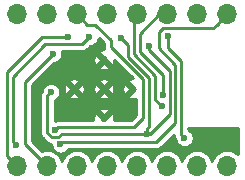
<source format=gbr>
G04 #@! TF.GenerationSoftware,KiCad,Pcbnew,(5.1.4-0-10_14)*
G04 #@! TF.CreationDate,2020-04-02T23:01:16+03:00*
G04 #@! TF.ProjectId,esp32-pico-d4-module,65737033-322d-4706-9963-6f2d64342d6d,rev?*
G04 #@! TF.SameCoordinates,Original*
G04 #@! TF.FileFunction,Copper,L2,Bot*
G04 #@! TF.FilePolarity,Positive*
%FSLAX46Y46*%
G04 Gerber Fmt 4.6, Leading zero omitted, Abs format (unit mm)*
G04 Created by KiCad (PCBNEW (5.1.4-0-10_14)) date 2020-04-02 23:01:16*
%MOMM*%
%LPD*%
G04 APERTURE LIST*
%ADD10C,0.500000*%
%ADD11O,1.700000X1.700000*%
%ADD12C,0.600000*%
%ADD13C,0.250000*%
%ADD14C,0.254000*%
G04 APERTURE END LIST*
D10*
X117125000Y-108100000D03*
X114650000Y-108100000D03*
X119600000Y-108100000D03*
X117125000Y-110575000D03*
X117125000Y-105625000D03*
D11*
X117410000Y-101795000D03*
X125030000Y-101795000D03*
X122490000Y-101795000D03*
X127570000Y-101795000D03*
X114870000Y-101795000D03*
X119950000Y-101795000D03*
X112330000Y-101795000D03*
X109790000Y-101800000D03*
X109790000Y-114600000D03*
X112330000Y-114595000D03*
X119950000Y-114595000D03*
X114870000Y-114595000D03*
X127570000Y-114595000D03*
X122490000Y-114595000D03*
X125030000Y-114595000D03*
X117410000Y-114595000D03*
D12*
X112350000Y-112825000D03*
X112300000Y-107125000D03*
X127350000Y-112550000D03*
X118587500Y-103787500D03*
X112675000Y-108350000D03*
X121000000Y-104450000D03*
X120800000Y-111900000D03*
X122550000Y-103625000D03*
X123975000Y-112250000D03*
X115924990Y-103700010D03*
X109750000Y-112825000D03*
X113475000Y-112800000D03*
X113012500Y-111562500D03*
X122050000Y-109550000D03*
X122125000Y-108625000D03*
X112825000Y-105150000D03*
X114100000Y-103675000D03*
D13*
X118587500Y-103787500D02*
X118600000Y-103800000D01*
X121075000Y-111900000D02*
X120800000Y-111900000D01*
X122750001Y-110224999D02*
X121075000Y-111900000D01*
X122750001Y-106550001D02*
X122750001Y-110224999D01*
X121000000Y-104800000D02*
X122750001Y-106550001D01*
X121000000Y-104450000D02*
X121000000Y-104800000D01*
X112375000Y-108650000D02*
X112675000Y-108350000D01*
X112724997Y-112199999D02*
X112375000Y-111850002D01*
X120800000Y-111900000D02*
X113600002Y-111900000D01*
X113300003Y-112199999D02*
X112724997Y-112199999D01*
X113600002Y-111900000D02*
X113300003Y-112199999D01*
X112375000Y-111850002D02*
X112375000Y-108650000D01*
X120800000Y-111475736D02*
X120800000Y-111900000D01*
X121000000Y-111275736D02*
X120800000Y-111475736D01*
X121000000Y-107136410D02*
X121000000Y-111275736D01*
X119224990Y-105361400D02*
X121000000Y-107136410D01*
X119224990Y-104424990D02*
X119224990Y-105361400D01*
X118587500Y-103787500D02*
X119224990Y-104424990D01*
X122550000Y-103625000D02*
X122550000Y-104650000D01*
X122550000Y-104650000D02*
X123650021Y-105750021D01*
X123650021Y-105750021D02*
X123650021Y-111925021D01*
X123650021Y-111925021D02*
X123975000Y-112250000D01*
X112199999Y-104300001D02*
X115324999Y-104300001D01*
X109425010Y-107074990D02*
X112199999Y-104300001D01*
X115324999Y-104300001D02*
X115924990Y-103700010D01*
X109425010Y-112500010D02*
X109425010Y-107074990D01*
X109750000Y-112825000D02*
X109425010Y-112500010D01*
X121800000Y-103300000D02*
X122124999Y-102975001D01*
X126730001Y-102649999D02*
X127580000Y-101800000D01*
X126404999Y-102975001D02*
X126730001Y-102649999D01*
X123200011Y-106075011D02*
X121800000Y-104675000D01*
X123200011Y-110999989D02*
X123200011Y-106075011D01*
X121600000Y-112600000D02*
X123200011Y-110999989D01*
X122124999Y-102975001D02*
X126404999Y-102975001D01*
X121800000Y-104675000D02*
X121800000Y-103300000D01*
X113675000Y-112600000D02*
X121600000Y-112600000D01*
X113475000Y-112800000D02*
X113675000Y-112600000D01*
X119700000Y-111350000D02*
X113225000Y-111350000D01*
X113225000Y-111350000D02*
X113012500Y-111562500D01*
X120500000Y-107272820D02*
X120500000Y-110550000D01*
X114880000Y-101800000D02*
X115729999Y-102649999D01*
X115729999Y-102649999D02*
X116399999Y-102649999D01*
X117750000Y-104522820D02*
X120500000Y-107272820D01*
X120500000Y-110550000D02*
X119700000Y-111350000D01*
X117750000Y-104000000D02*
X117750000Y-104522820D01*
X116399999Y-102649999D02*
X117750000Y-104000000D01*
X119650000Y-102110000D02*
X119960000Y-101800000D01*
X122050000Y-109550000D02*
X122050000Y-109475002D01*
X119675000Y-105175000D02*
X119675000Y-102085000D01*
X121499999Y-106999999D02*
X119675000Y-105175000D01*
X119675000Y-102085000D02*
X119960000Y-101800000D01*
X121499999Y-108999999D02*
X121499999Y-106999999D01*
X122050000Y-109550000D02*
X121499999Y-108999999D01*
X121800000Y-101800000D02*
X122500000Y-101800000D01*
X120175000Y-104950000D02*
X120175000Y-103425000D01*
X120175000Y-103425000D02*
X121800000Y-101800000D01*
X122125000Y-106900000D02*
X120175000Y-104950000D01*
X122125000Y-108625000D02*
X122125000Y-106900000D01*
X112300000Y-114600000D02*
X112340000Y-114600000D01*
X110450000Y-107525000D02*
X110450000Y-112750000D01*
X110450000Y-112750000D02*
X112300000Y-114600000D01*
X112825000Y-105150000D02*
X110450000Y-107525000D01*
X108975000Y-113775000D02*
X109800000Y-114600000D01*
X108975000Y-106650000D02*
X108975000Y-113775000D01*
X111950000Y-103675000D02*
X108975000Y-106650000D01*
X114100000Y-103675000D02*
X111950000Y-103675000D01*
D14*
G36*
X117148000Y-104249356D02*
G01*
X117148000Y-104493264D01*
X117145089Y-104522820D01*
X117148000Y-104552376D01*
X117148000Y-104552386D01*
X117156711Y-104640832D01*
X117186769Y-104739919D01*
X117036672Y-104740116D01*
X116865736Y-104774351D01*
X116706826Y-104840173D01*
X116702784Y-105028836D01*
X117125000Y-105451052D01*
X117141971Y-105434081D01*
X117315919Y-105608029D01*
X117298948Y-105625000D01*
X117721164Y-106047216D01*
X117909827Y-106043174D01*
X117976328Y-105882026D01*
X118010113Y-105711002D01*
X118010012Y-105634188D01*
X119590835Y-107215012D01*
X119511672Y-107215116D01*
X119340736Y-107249351D01*
X119181826Y-107315173D01*
X119177784Y-107503836D01*
X119600000Y-107926052D01*
X119616971Y-107909081D01*
X119790919Y-108083029D01*
X119773948Y-108100000D01*
X119790919Y-108116971D01*
X119616971Y-108290919D01*
X119600000Y-108273948D01*
X119177784Y-108696164D01*
X119181826Y-108884827D01*
X119342974Y-108951328D01*
X119513998Y-108985113D01*
X119688328Y-108984884D01*
X119859264Y-108950649D01*
X119898001Y-108934604D01*
X119898001Y-110300643D01*
X119450645Y-110748000D01*
X117992927Y-110748000D01*
X118010113Y-110661002D01*
X118009884Y-110486672D01*
X117975649Y-110315736D01*
X117909827Y-110156826D01*
X117721164Y-110152784D01*
X117298948Y-110575000D01*
X117315919Y-110591971D01*
X117159890Y-110748000D01*
X117090110Y-110748000D01*
X116934081Y-110591971D01*
X116951052Y-110575000D01*
X116528836Y-110152784D01*
X116340173Y-110156826D01*
X116273672Y-110317974D01*
X116239887Y-110488998D01*
X116240116Y-110663328D01*
X116257074Y-110748000D01*
X113254556Y-110748000D01*
X113224999Y-110745089D01*
X113195443Y-110748000D01*
X113195434Y-110748000D01*
X113106988Y-110756711D01*
X113012083Y-110785500D01*
X112977000Y-110785500D01*
X112977000Y-109978836D01*
X116702784Y-109978836D01*
X117125000Y-110401052D01*
X117547216Y-109978836D01*
X117543174Y-109790173D01*
X117382026Y-109723672D01*
X117211002Y-109689887D01*
X117036672Y-109690116D01*
X116865736Y-109724351D01*
X116706826Y-109790173D01*
X116702784Y-109978836D01*
X112977000Y-109978836D01*
X112977000Y-109065927D01*
X113043048Y-109038569D01*
X113170309Y-108953536D01*
X113278536Y-108845309D01*
X113363569Y-108718048D01*
X113372633Y-108696164D01*
X114227784Y-108696164D01*
X114231826Y-108884827D01*
X114392974Y-108951328D01*
X114563998Y-108985113D01*
X114738328Y-108984884D01*
X114909264Y-108950649D01*
X115068174Y-108884827D01*
X115072216Y-108696164D01*
X116702784Y-108696164D01*
X116706826Y-108884827D01*
X116867974Y-108951328D01*
X117038998Y-108985113D01*
X117213328Y-108984884D01*
X117384264Y-108950649D01*
X117543174Y-108884827D01*
X117547216Y-108696164D01*
X117125000Y-108273948D01*
X116702784Y-108696164D01*
X115072216Y-108696164D01*
X114650000Y-108273948D01*
X114227784Y-108696164D01*
X113372633Y-108696164D01*
X113422141Y-108576643D01*
X113452000Y-108426528D01*
X113452000Y-108273472D01*
X113422141Y-108123357D01*
X113376843Y-108013998D01*
X113764887Y-108013998D01*
X113765116Y-108188328D01*
X113799351Y-108359264D01*
X113865173Y-108518174D01*
X114053836Y-108522216D01*
X114476052Y-108100000D01*
X114823948Y-108100000D01*
X115246164Y-108522216D01*
X115434827Y-108518174D01*
X115501328Y-108357026D01*
X115535113Y-108186002D01*
X115534888Y-108013998D01*
X116239887Y-108013998D01*
X116240116Y-108188328D01*
X116274351Y-108359264D01*
X116340173Y-108518174D01*
X116528836Y-108522216D01*
X116951052Y-108100000D01*
X117298948Y-108100000D01*
X117721164Y-108522216D01*
X117909827Y-108518174D01*
X117976328Y-108357026D01*
X118010113Y-108186002D01*
X118009888Y-108013998D01*
X118714887Y-108013998D01*
X118715116Y-108188328D01*
X118749351Y-108359264D01*
X118815173Y-108518174D01*
X119003836Y-108522216D01*
X119426052Y-108100000D01*
X119003836Y-107677784D01*
X118815173Y-107681826D01*
X118748672Y-107842974D01*
X118714887Y-108013998D01*
X118009888Y-108013998D01*
X118009884Y-108011672D01*
X117975649Y-107840736D01*
X117909827Y-107681826D01*
X117721164Y-107677784D01*
X117298948Y-108100000D01*
X116951052Y-108100000D01*
X116528836Y-107677784D01*
X116340173Y-107681826D01*
X116273672Y-107842974D01*
X116239887Y-108013998D01*
X115534888Y-108013998D01*
X115534884Y-108011672D01*
X115500649Y-107840736D01*
X115434827Y-107681826D01*
X115246164Y-107677784D01*
X114823948Y-108100000D01*
X114476052Y-108100000D01*
X114053836Y-107677784D01*
X113865173Y-107681826D01*
X113798672Y-107842974D01*
X113764887Y-108013998D01*
X113376843Y-108013998D01*
X113363569Y-107981952D01*
X113278536Y-107854691D01*
X113170309Y-107746464D01*
X113043048Y-107661431D01*
X112901643Y-107602859D01*
X112751528Y-107573000D01*
X112598472Y-107573000D01*
X112448357Y-107602859D01*
X112306952Y-107661431D01*
X112179691Y-107746464D01*
X112071464Y-107854691D01*
X111986431Y-107981952D01*
X111927859Y-108123357D01*
X111898000Y-108273472D01*
X111898000Y-108282291D01*
X111872035Y-108313929D01*
X111816134Y-108418511D01*
X111781712Y-108531988D01*
X111770089Y-108650000D01*
X111773001Y-108679566D01*
X111773000Y-111820446D01*
X111770089Y-111850002D01*
X111773000Y-111879558D01*
X111773000Y-111879567D01*
X111781711Y-111968013D01*
X111816134Y-112081491D01*
X111872034Y-112186072D01*
X111947263Y-112277739D01*
X111970234Y-112296591D01*
X112278408Y-112604765D01*
X112297260Y-112627736D01*
X112355655Y-112675660D01*
X112388925Y-112702965D01*
X112493507Y-112758865D01*
X112606984Y-112793288D01*
X112618179Y-112794390D01*
X112695431Y-112801999D01*
X112695438Y-112801999D01*
X112698000Y-112802251D01*
X112698000Y-112876528D01*
X112727859Y-113026643D01*
X112786431Y-113168048D01*
X112871464Y-113295309D01*
X112979691Y-113403536D01*
X113106952Y-113488569D01*
X113248357Y-113547141D01*
X113398472Y-113577000D01*
X113551528Y-113577000D01*
X113701643Y-113547141D01*
X113843048Y-113488569D01*
X113970309Y-113403536D01*
X114078536Y-113295309D01*
X114140883Y-113202000D01*
X121570444Y-113202000D01*
X121600000Y-113204911D01*
X121629556Y-113202000D01*
X121629566Y-113202000D01*
X121718012Y-113193289D01*
X121831490Y-113158866D01*
X121936071Y-113102966D01*
X122027737Y-113027737D01*
X122046589Y-113004766D01*
X123052393Y-111998964D01*
X123056733Y-112043033D01*
X123091155Y-112156510D01*
X123147056Y-112261092D01*
X123198000Y-112323167D01*
X123198000Y-112326528D01*
X123227859Y-112476643D01*
X123286431Y-112618048D01*
X123371464Y-112745309D01*
X123479691Y-112853536D01*
X123606952Y-112938569D01*
X123748357Y-112997141D01*
X123898472Y-113027000D01*
X124051528Y-113027000D01*
X124201643Y-112997141D01*
X124343048Y-112938569D01*
X124470309Y-112853536D01*
X124578536Y-112745309D01*
X124663569Y-112618048D01*
X124722141Y-112476643D01*
X124752000Y-112326528D01*
X124752000Y-112173472D01*
X124722141Y-112023357D01*
X124663569Y-111881952D01*
X124578536Y-111754691D01*
X124470309Y-111646464D01*
X124343048Y-111561431D01*
X124252021Y-111523726D01*
X124252021Y-111427000D01*
X128498000Y-111427000D01*
X128498000Y-113639927D01*
X128310808Y-113486302D01*
X128080278Y-113363081D01*
X127830137Y-113287201D01*
X127635184Y-113268000D01*
X127504816Y-113268000D01*
X127309863Y-113287201D01*
X127059722Y-113363081D01*
X126829192Y-113486302D01*
X126627130Y-113652130D01*
X126461302Y-113854192D01*
X126338081Y-114084722D01*
X126300000Y-114210257D01*
X126261919Y-114084722D01*
X126138698Y-113854192D01*
X125972870Y-113652130D01*
X125770808Y-113486302D01*
X125540278Y-113363081D01*
X125290137Y-113287201D01*
X125095184Y-113268000D01*
X124964816Y-113268000D01*
X124769863Y-113287201D01*
X124519722Y-113363081D01*
X124289192Y-113486302D01*
X124087130Y-113652130D01*
X123921302Y-113854192D01*
X123798081Y-114084722D01*
X123760000Y-114210257D01*
X123721919Y-114084722D01*
X123598698Y-113854192D01*
X123432870Y-113652130D01*
X123230808Y-113486302D01*
X123000278Y-113363081D01*
X122750137Y-113287201D01*
X122555184Y-113268000D01*
X122424816Y-113268000D01*
X122229863Y-113287201D01*
X121979722Y-113363081D01*
X121749192Y-113486302D01*
X121547130Y-113652130D01*
X121381302Y-113854192D01*
X121258081Y-114084722D01*
X121220000Y-114210257D01*
X121181919Y-114084722D01*
X121058698Y-113854192D01*
X120892870Y-113652130D01*
X120690808Y-113486302D01*
X120460278Y-113363081D01*
X120210137Y-113287201D01*
X120015184Y-113268000D01*
X119884816Y-113268000D01*
X119689863Y-113287201D01*
X119439722Y-113363081D01*
X119209192Y-113486302D01*
X119007130Y-113652130D01*
X118841302Y-113854192D01*
X118718081Y-114084722D01*
X118680000Y-114210257D01*
X118641919Y-114084722D01*
X118518698Y-113854192D01*
X118352870Y-113652130D01*
X118150808Y-113486302D01*
X117920278Y-113363081D01*
X117670137Y-113287201D01*
X117475184Y-113268000D01*
X117344816Y-113268000D01*
X117149863Y-113287201D01*
X116899722Y-113363081D01*
X116669192Y-113486302D01*
X116467130Y-113652130D01*
X116301302Y-113854192D01*
X116178081Y-114084722D01*
X116140000Y-114210257D01*
X116101919Y-114084722D01*
X115978698Y-113854192D01*
X115812870Y-113652130D01*
X115610808Y-113486302D01*
X115380278Y-113363081D01*
X115130137Y-113287201D01*
X114935184Y-113268000D01*
X114804816Y-113268000D01*
X114609863Y-113287201D01*
X114359722Y-113363081D01*
X114129192Y-113486302D01*
X113927130Y-113652130D01*
X113761302Y-113854192D01*
X113638081Y-114084722D01*
X113600000Y-114210257D01*
X113561919Y-114084722D01*
X113438698Y-113854192D01*
X113272870Y-113652130D01*
X113070808Y-113486302D01*
X112840278Y-113363081D01*
X112590137Y-113287201D01*
X112395184Y-113268000D01*
X112264816Y-113268000D01*
X112069863Y-113287201D01*
X111892393Y-113341036D01*
X111052000Y-112500645D01*
X111052000Y-107774355D01*
X111322519Y-107503836D01*
X114227784Y-107503836D01*
X114650000Y-107926052D01*
X115072216Y-107503836D01*
X116702784Y-107503836D01*
X117125000Y-107926052D01*
X117547216Y-107503836D01*
X117543174Y-107315173D01*
X117382026Y-107248672D01*
X117211002Y-107214887D01*
X117036672Y-107215116D01*
X116865736Y-107249351D01*
X116706826Y-107315173D01*
X116702784Y-107503836D01*
X115072216Y-107503836D01*
X115068174Y-107315173D01*
X114907026Y-107248672D01*
X114736002Y-107214887D01*
X114561672Y-107215116D01*
X114390736Y-107249351D01*
X114231826Y-107315173D01*
X114227784Y-107503836D01*
X111322519Y-107503836D01*
X112605192Y-106221164D01*
X116702784Y-106221164D01*
X116706826Y-106409827D01*
X116867974Y-106476328D01*
X117038998Y-106510113D01*
X117213328Y-106509884D01*
X117384264Y-106475649D01*
X117543174Y-106409827D01*
X117547216Y-106221164D01*
X117125000Y-105798948D01*
X116702784Y-106221164D01*
X112605192Y-106221164D01*
X112899357Y-105927000D01*
X112901528Y-105927000D01*
X113051643Y-105897141D01*
X113193048Y-105838569D01*
X113320309Y-105753536D01*
X113428536Y-105645309D01*
X113499570Y-105538998D01*
X116239887Y-105538998D01*
X116240116Y-105713328D01*
X116274351Y-105884264D01*
X116340173Y-106043174D01*
X116528836Y-106047216D01*
X116951052Y-105625000D01*
X116528836Y-105202784D01*
X116340173Y-105206826D01*
X116273672Y-105367974D01*
X116239887Y-105538998D01*
X113499570Y-105538998D01*
X113513569Y-105518048D01*
X113572141Y-105376643D01*
X113602000Y-105226528D01*
X113602000Y-105073472D01*
X113572141Y-104923357D01*
X113563295Y-104902001D01*
X115295443Y-104902001D01*
X115324999Y-104904912D01*
X115354555Y-104902001D01*
X115354565Y-104902001D01*
X115443011Y-104893290D01*
X115556489Y-104858867D01*
X115661070Y-104802967D01*
X115752736Y-104727738D01*
X115771587Y-104704768D01*
X115999346Y-104477010D01*
X116001518Y-104477010D01*
X116151633Y-104447151D01*
X116293038Y-104388579D01*
X116420299Y-104303546D01*
X116528526Y-104195319D01*
X116613559Y-104068058D01*
X116672131Y-103926653D01*
X116697542Y-103798898D01*
X117148000Y-104249356D01*
X117148000Y-104249356D01*
G37*
X117148000Y-104249356D02*
X117148000Y-104493264D01*
X117145089Y-104522820D01*
X117148000Y-104552376D01*
X117148000Y-104552386D01*
X117156711Y-104640832D01*
X117186769Y-104739919D01*
X117036672Y-104740116D01*
X116865736Y-104774351D01*
X116706826Y-104840173D01*
X116702784Y-105028836D01*
X117125000Y-105451052D01*
X117141971Y-105434081D01*
X117315919Y-105608029D01*
X117298948Y-105625000D01*
X117721164Y-106047216D01*
X117909827Y-106043174D01*
X117976328Y-105882026D01*
X118010113Y-105711002D01*
X118010012Y-105634188D01*
X119590835Y-107215012D01*
X119511672Y-107215116D01*
X119340736Y-107249351D01*
X119181826Y-107315173D01*
X119177784Y-107503836D01*
X119600000Y-107926052D01*
X119616971Y-107909081D01*
X119790919Y-108083029D01*
X119773948Y-108100000D01*
X119790919Y-108116971D01*
X119616971Y-108290919D01*
X119600000Y-108273948D01*
X119177784Y-108696164D01*
X119181826Y-108884827D01*
X119342974Y-108951328D01*
X119513998Y-108985113D01*
X119688328Y-108984884D01*
X119859264Y-108950649D01*
X119898001Y-108934604D01*
X119898001Y-110300643D01*
X119450645Y-110748000D01*
X117992927Y-110748000D01*
X118010113Y-110661002D01*
X118009884Y-110486672D01*
X117975649Y-110315736D01*
X117909827Y-110156826D01*
X117721164Y-110152784D01*
X117298948Y-110575000D01*
X117315919Y-110591971D01*
X117159890Y-110748000D01*
X117090110Y-110748000D01*
X116934081Y-110591971D01*
X116951052Y-110575000D01*
X116528836Y-110152784D01*
X116340173Y-110156826D01*
X116273672Y-110317974D01*
X116239887Y-110488998D01*
X116240116Y-110663328D01*
X116257074Y-110748000D01*
X113254556Y-110748000D01*
X113224999Y-110745089D01*
X113195443Y-110748000D01*
X113195434Y-110748000D01*
X113106988Y-110756711D01*
X113012083Y-110785500D01*
X112977000Y-110785500D01*
X112977000Y-109978836D01*
X116702784Y-109978836D01*
X117125000Y-110401052D01*
X117547216Y-109978836D01*
X117543174Y-109790173D01*
X117382026Y-109723672D01*
X117211002Y-109689887D01*
X117036672Y-109690116D01*
X116865736Y-109724351D01*
X116706826Y-109790173D01*
X116702784Y-109978836D01*
X112977000Y-109978836D01*
X112977000Y-109065927D01*
X113043048Y-109038569D01*
X113170309Y-108953536D01*
X113278536Y-108845309D01*
X113363569Y-108718048D01*
X113372633Y-108696164D01*
X114227784Y-108696164D01*
X114231826Y-108884827D01*
X114392974Y-108951328D01*
X114563998Y-108985113D01*
X114738328Y-108984884D01*
X114909264Y-108950649D01*
X115068174Y-108884827D01*
X115072216Y-108696164D01*
X116702784Y-108696164D01*
X116706826Y-108884827D01*
X116867974Y-108951328D01*
X117038998Y-108985113D01*
X117213328Y-108984884D01*
X117384264Y-108950649D01*
X117543174Y-108884827D01*
X117547216Y-108696164D01*
X117125000Y-108273948D01*
X116702784Y-108696164D01*
X115072216Y-108696164D01*
X114650000Y-108273948D01*
X114227784Y-108696164D01*
X113372633Y-108696164D01*
X113422141Y-108576643D01*
X113452000Y-108426528D01*
X113452000Y-108273472D01*
X113422141Y-108123357D01*
X113376843Y-108013998D01*
X113764887Y-108013998D01*
X113765116Y-108188328D01*
X113799351Y-108359264D01*
X113865173Y-108518174D01*
X114053836Y-108522216D01*
X114476052Y-108100000D01*
X114823948Y-108100000D01*
X115246164Y-108522216D01*
X115434827Y-108518174D01*
X115501328Y-108357026D01*
X115535113Y-108186002D01*
X115534888Y-108013998D01*
X116239887Y-108013998D01*
X116240116Y-108188328D01*
X116274351Y-108359264D01*
X116340173Y-108518174D01*
X116528836Y-108522216D01*
X116951052Y-108100000D01*
X117298948Y-108100000D01*
X117721164Y-108522216D01*
X117909827Y-108518174D01*
X117976328Y-108357026D01*
X118010113Y-108186002D01*
X118009888Y-108013998D01*
X118714887Y-108013998D01*
X118715116Y-108188328D01*
X118749351Y-108359264D01*
X118815173Y-108518174D01*
X119003836Y-108522216D01*
X119426052Y-108100000D01*
X119003836Y-107677784D01*
X118815173Y-107681826D01*
X118748672Y-107842974D01*
X118714887Y-108013998D01*
X118009888Y-108013998D01*
X118009884Y-108011672D01*
X117975649Y-107840736D01*
X117909827Y-107681826D01*
X117721164Y-107677784D01*
X117298948Y-108100000D01*
X116951052Y-108100000D01*
X116528836Y-107677784D01*
X116340173Y-107681826D01*
X116273672Y-107842974D01*
X116239887Y-108013998D01*
X115534888Y-108013998D01*
X115534884Y-108011672D01*
X115500649Y-107840736D01*
X115434827Y-107681826D01*
X115246164Y-107677784D01*
X114823948Y-108100000D01*
X114476052Y-108100000D01*
X114053836Y-107677784D01*
X113865173Y-107681826D01*
X113798672Y-107842974D01*
X113764887Y-108013998D01*
X113376843Y-108013998D01*
X113363569Y-107981952D01*
X113278536Y-107854691D01*
X113170309Y-107746464D01*
X113043048Y-107661431D01*
X112901643Y-107602859D01*
X112751528Y-107573000D01*
X112598472Y-107573000D01*
X112448357Y-107602859D01*
X112306952Y-107661431D01*
X112179691Y-107746464D01*
X112071464Y-107854691D01*
X111986431Y-107981952D01*
X111927859Y-108123357D01*
X111898000Y-108273472D01*
X111898000Y-108282291D01*
X111872035Y-108313929D01*
X111816134Y-108418511D01*
X111781712Y-108531988D01*
X111770089Y-108650000D01*
X111773001Y-108679566D01*
X111773000Y-111820446D01*
X111770089Y-111850002D01*
X111773000Y-111879558D01*
X111773000Y-111879567D01*
X111781711Y-111968013D01*
X111816134Y-112081491D01*
X111872034Y-112186072D01*
X111947263Y-112277739D01*
X111970234Y-112296591D01*
X112278408Y-112604765D01*
X112297260Y-112627736D01*
X112355655Y-112675660D01*
X112388925Y-112702965D01*
X112493507Y-112758865D01*
X112606984Y-112793288D01*
X112618179Y-112794390D01*
X112695431Y-112801999D01*
X112695438Y-112801999D01*
X112698000Y-112802251D01*
X112698000Y-112876528D01*
X112727859Y-113026643D01*
X112786431Y-113168048D01*
X112871464Y-113295309D01*
X112979691Y-113403536D01*
X113106952Y-113488569D01*
X113248357Y-113547141D01*
X113398472Y-113577000D01*
X113551528Y-113577000D01*
X113701643Y-113547141D01*
X113843048Y-113488569D01*
X113970309Y-113403536D01*
X114078536Y-113295309D01*
X114140883Y-113202000D01*
X121570444Y-113202000D01*
X121600000Y-113204911D01*
X121629556Y-113202000D01*
X121629566Y-113202000D01*
X121718012Y-113193289D01*
X121831490Y-113158866D01*
X121936071Y-113102966D01*
X122027737Y-113027737D01*
X122046589Y-113004766D01*
X123052393Y-111998964D01*
X123056733Y-112043033D01*
X123091155Y-112156510D01*
X123147056Y-112261092D01*
X123198000Y-112323167D01*
X123198000Y-112326528D01*
X123227859Y-112476643D01*
X123286431Y-112618048D01*
X123371464Y-112745309D01*
X123479691Y-112853536D01*
X123606952Y-112938569D01*
X123748357Y-112997141D01*
X123898472Y-113027000D01*
X124051528Y-113027000D01*
X124201643Y-112997141D01*
X124343048Y-112938569D01*
X124470309Y-112853536D01*
X124578536Y-112745309D01*
X124663569Y-112618048D01*
X124722141Y-112476643D01*
X124752000Y-112326528D01*
X124752000Y-112173472D01*
X124722141Y-112023357D01*
X124663569Y-111881952D01*
X124578536Y-111754691D01*
X124470309Y-111646464D01*
X124343048Y-111561431D01*
X124252021Y-111523726D01*
X124252021Y-111427000D01*
X128498000Y-111427000D01*
X128498000Y-113639927D01*
X128310808Y-113486302D01*
X128080278Y-113363081D01*
X127830137Y-113287201D01*
X127635184Y-113268000D01*
X127504816Y-113268000D01*
X127309863Y-113287201D01*
X127059722Y-113363081D01*
X126829192Y-113486302D01*
X126627130Y-113652130D01*
X126461302Y-113854192D01*
X126338081Y-114084722D01*
X126300000Y-114210257D01*
X126261919Y-114084722D01*
X126138698Y-113854192D01*
X125972870Y-113652130D01*
X125770808Y-113486302D01*
X125540278Y-113363081D01*
X125290137Y-113287201D01*
X125095184Y-113268000D01*
X124964816Y-113268000D01*
X124769863Y-113287201D01*
X124519722Y-113363081D01*
X124289192Y-113486302D01*
X124087130Y-113652130D01*
X123921302Y-113854192D01*
X123798081Y-114084722D01*
X123760000Y-114210257D01*
X123721919Y-114084722D01*
X123598698Y-113854192D01*
X123432870Y-113652130D01*
X123230808Y-113486302D01*
X123000278Y-113363081D01*
X122750137Y-113287201D01*
X122555184Y-113268000D01*
X122424816Y-113268000D01*
X122229863Y-113287201D01*
X121979722Y-113363081D01*
X121749192Y-113486302D01*
X121547130Y-113652130D01*
X121381302Y-113854192D01*
X121258081Y-114084722D01*
X121220000Y-114210257D01*
X121181919Y-114084722D01*
X121058698Y-113854192D01*
X120892870Y-113652130D01*
X120690808Y-113486302D01*
X120460278Y-113363081D01*
X120210137Y-113287201D01*
X120015184Y-113268000D01*
X119884816Y-113268000D01*
X119689863Y-113287201D01*
X119439722Y-113363081D01*
X119209192Y-113486302D01*
X119007130Y-113652130D01*
X118841302Y-113854192D01*
X118718081Y-114084722D01*
X118680000Y-114210257D01*
X118641919Y-114084722D01*
X118518698Y-113854192D01*
X118352870Y-113652130D01*
X118150808Y-113486302D01*
X117920278Y-113363081D01*
X117670137Y-113287201D01*
X117475184Y-113268000D01*
X117344816Y-113268000D01*
X117149863Y-113287201D01*
X116899722Y-113363081D01*
X116669192Y-113486302D01*
X116467130Y-113652130D01*
X116301302Y-113854192D01*
X116178081Y-114084722D01*
X116140000Y-114210257D01*
X116101919Y-114084722D01*
X115978698Y-113854192D01*
X115812870Y-113652130D01*
X115610808Y-113486302D01*
X115380278Y-113363081D01*
X115130137Y-113287201D01*
X114935184Y-113268000D01*
X114804816Y-113268000D01*
X114609863Y-113287201D01*
X114359722Y-113363081D01*
X114129192Y-113486302D01*
X113927130Y-113652130D01*
X113761302Y-113854192D01*
X113638081Y-114084722D01*
X113600000Y-114210257D01*
X113561919Y-114084722D01*
X113438698Y-113854192D01*
X113272870Y-113652130D01*
X113070808Y-113486302D01*
X112840278Y-113363081D01*
X112590137Y-113287201D01*
X112395184Y-113268000D01*
X112264816Y-113268000D01*
X112069863Y-113287201D01*
X111892393Y-113341036D01*
X111052000Y-112500645D01*
X111052000Y-107774355D01*
X111322519Y-107503836D01*
X114227784Y-107503836D01*
X114650000Y-107926052D01*
X115072216Y-107503836D01*
X116702784Y-107503836D01*
X117125000Y-107926052D01*
X117547216Y-107503836D01*
X117543174Y-107315173D01*
X117382026Y-107248672D01*
X117211002Y-107214887D01*
X117036672Y-107215116D01*
X116865736Y-107249351D01*
X116706826Y-107315173D01*
X116702784Y-107503836D01*
X115072216Y-107503836D01*
X115068174Y-107315173D01*
X114907026Y-107248672D01*
X114736002Y-107214887D01*
X114561672Y-107215116D01*
X114390736Y-107249351D01*
X114231826Y-107315173D01*
X114227784Y-107503836D01*
X111322519Y-107503836D01*
X112605192Y-106221164D01*
X116702784Y-106221164D01*
X116706826Y-106409827D01*
X116867974Y-106476328D01*
X117038998Y-106510113D01*
X117213328Y-106509884D01*
X117384264Y-106475649D01*
X117543174Y-106409827D01*
X117547216Y-106221164D01*
X117125000Y-105798948D01*
X116702784Y-106221164D01*
X112605192Y-106221164D01*
X112899357Y-105927000D01*
X112901528Y-105927000D01*
X113051643Y-105897141D01*
X113193048Y-105838569D01*
X113320309Y-105753536D01*
X113428536Y-105645309D01*
X113499570Y-105538998D01*
X116239887Y-105538998D01*
X116240116Y-105713328D01*
X116274351Y-105884264D01*
X116340173Y-106043174D01*
X116528836Y-106047216D01*
X116951052Y-105625000D01*
X116528836Y-105202784D01*
X116340173Y-105206826D01*
X116273672Y-105367974D01*
X116239887Y-105538998D01*
X113499570Y-105538998D01*
X113513569Y-105518048D01*
X113572141Y-105376643D01*
X113602000Y-105226528D01*
X113602000Y-105073472D01*
X113572141Y-104923357D01*
X113563295Y-104902001D01*
X115295443Y-104902001D01*
X115324999Y-104904912D01*
X115354555Y-104902001D01*
X115354565Y-104902001D01*
X115443011Y-104893290D01*
X115556489Y-104858867D01*
X115661070Y-104802967D01*
X115752736Y-104727738D01*
X115771587Y-104704768D01*
X115999346Y-104477010D01*
X116001518Y-104477010D01*
X116151633Y-104447151D01*
X116293038Y-104388579D01*
X116420299Y-104303546D01*
X116528526Y-104195319D01*
X116613559Y-104068058D01*
X116672131Y-103926653D01*
X116697542Y-103798898D01*
X117148000Y-104249356D01*
G36*
X112457000Y-101668000D02*
G01*
X112477000Y-101668000D01*
X112477000Y-101922000D01*
X112457000Y-101922000D01*
X112457000Y-101942000D01*
X112203000Y-101942000D01*
X112203000Y-101922000D01*
X112183000Y-101922000D01*
X112183000Y-101668000D01*
X112203000Y-101668000D01*
X112203000Y-101648000D01*
X112457000Y-101648000D01*
X112457000Y-101668000D01*
X112457000Y-101668000D01*
G37*
X112457000Y-101668000D02*
X112477000Y-101668000D01*
X112477000Y-101922000D01*
X112457000Y-101922000D01*
X112457000Y-101942000D01*
X112203000Y-101942000D01*
X112203000Y-101922000D01*
X112183000Y-101922000D01*
X112183000Y-101668000D01*
X112203000Y-101668000D01*
X112203000Y-101648000D01*
X112457000Y-101648000D01*
X112457000Y-101668000D01*
M02*

</source>
